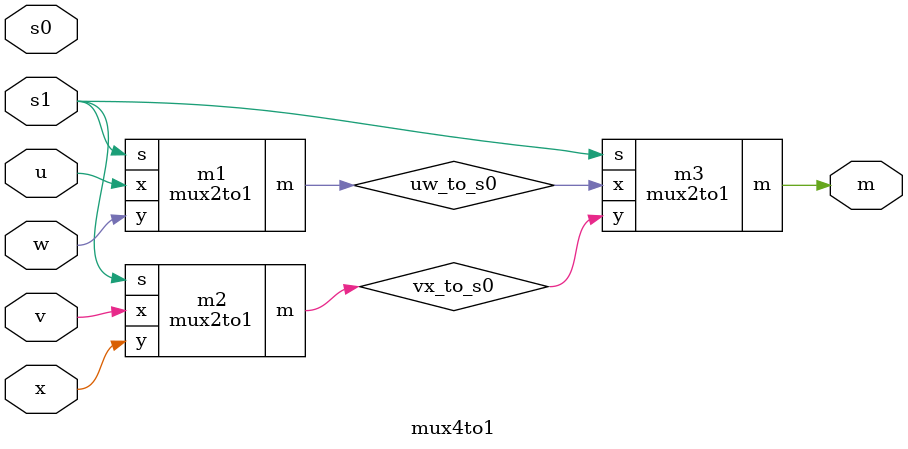
<source format=v>


module mux(LEDR, SW);
    input [9:0] SW;
    output [9:0] LEDR;

    mux4to1 u0(
        .u(SW[0]),
        .v(SW[1]),
        .w(SW[2]),
		  .x(SW[3]),
		  .s0(SW[8]),
		  .s1(SW[9]),
        .m(LEDR[0])
        );
endmodule

module mux2to1(x, y, s, m);
    input x; //selected when s is 0
    input y; //selected when s is 1
    input s; //select signal
    output m; //output
  
    assign m = s & y | ~s & x;
    // OR
    // assign m = s ? y : x;

endmodule


module mux4to1(u, v, w, x, s0, s1, m);
	input u, v, w, x, s0, s1;
	output m;
	wire uw_to_s0, vx_to_s0;
	mux2to1 m1(u, w, s1, uw_to_s0); // Creates a multiplexer connecting u and w by the switch s1.
	mux2to1 m2(v,x,s1, vx_to_s0); // Creates a multiplexer connecting v and x by switch s1.
	mux2to1 m3(uw_to_s0, vx_to_s0, s1, m);
endmodule

</source>
